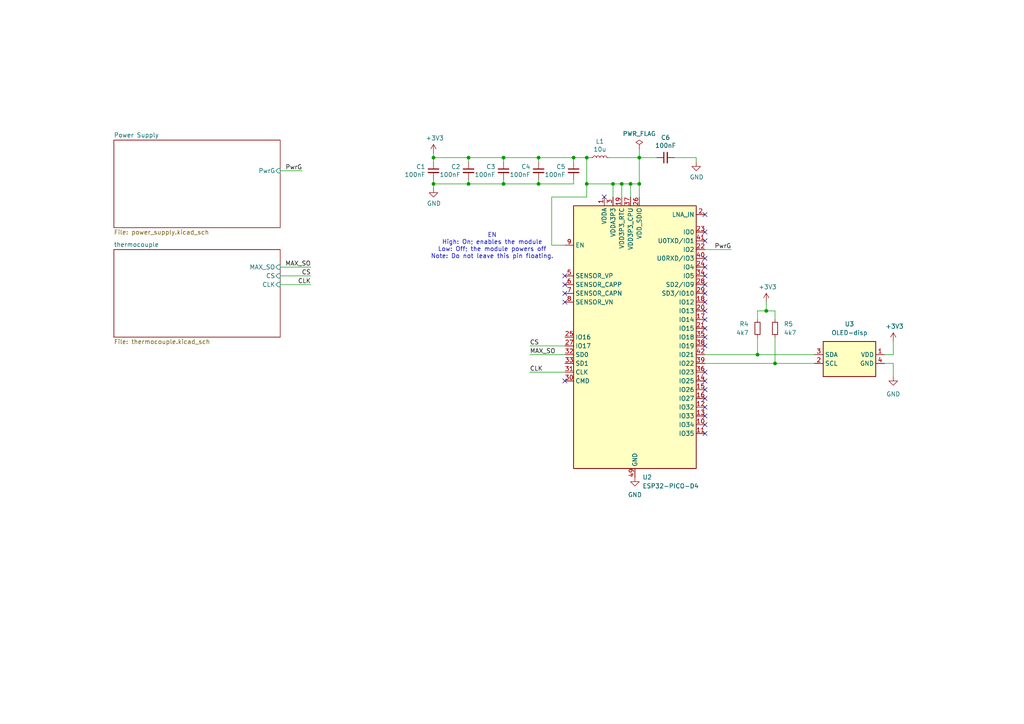
<source format=kicad_sch>
(kicad_sch
	(version 20231120)
	(generator "eeschema")
	(generator_version "8.0")
	(uuid "a65a7196-8a90-49cc-8818-2434ed6db328")
	(paper "A4")
	(lib_symbols
		(symbol "BMS_LV_2022-rescue:+3.3V-power"
			(power)
			(pin_names
				(offset 0)
			)
			(exclude_from_sim no)
			(in_bom yes)
			(on_board yes)
			(property "Reference" "#PWR"
				(at 0 -3.81 0)
				(effects
					(font
						(size 1.27 1.27)
					)
					(hide yes)
				)
			)
			(property "Value" "power_+3.3V"
				(at 0 3.556 0)
				(effects
					(font
						(size 1.27 1.27)
					)
				)
			)
			(property "Footprint" ""
				(at 0 0 0)
				(effects
					(font
						(size 1.27 1.27)
					)
					(hide yes)
				)
			)
			(property "Datasheet" ""
				(at 0 0 0)
				(effects
					(font
						(size 1.27 1.27)
					)
					(hide yes)
				)
			)
			(property "Description" ""
				(at 0 0 0)
				(effects
					(font
						(size 1.27 1.27)
					)
					(hide yes)
				)
			)
			(symbol "+3.3V-power_0_1"
				(polyline
					(pts
						(xy -0.762 1.27) (xy 0 2.54)
					)
					(stroke
						(width 0)
						(type solid)
					)
					(fill
						(type none)
					)
				)
				(polyline
					(pts
						(xy 0 0) (xy 0 2.54)
					)
					(stroke
						(width 0)
						(type solid)
					)
					(fill
						(type none)
					)
				)
				(polyline
					(pts
						(xy 0 2.54) (xy 0.762 1.27)
					)
					(stroke
						(width 0)
						(type solid)
					)
					(fill
						(type none)
					)
				)
			)
			(symbol "+3.3V-power_1_1"
				(pin power_in line
					(at 0 0 90)
					(length 0) hide
					(name "+3V3"
						(effects
							(font
								(size 1.27 1.27)
							)
						)
					)
					(number "1"
						(effects
							(font
								(size 1.27 1.27)
							)
						)
					)
				)
			)
		)
		(symbol "BMS_LV_2022-rescue:GND-power"
			(power)
			(pin_names
				(offset 0)
			)
			(exclude_from_sim no)
			(in_bom yes)
			(on_board yes)
			(property "Reference" "#PWR"
				(at 0 -6.35 0)
				(effects
					(font
						(size 1.27 1.27)
					)
					(hide yes)
				)
			)
			(property "Value" "power_GND"
				(at 0 -3.81 0)
				(effects
					(font
						(size 1.27 1.27)
					)
				)
			)
			(property "Footprint" ""
				(at 0 0 0)
				(effects
					(font
						(size 1.27 1.27)
					)
					(hide yes)
				)
			)
			(property "Datasheet" ""
				(at 0 0 0)
				(effects
					(font
						(size 1.27 1.27)
					)
					(hide yes)
				)
			)
			(property "Description" ""
				(at 0 0 0)
				(effects
					(font
						(size 1.27 1.27)
					)
					(hide yes)
				)
			)
			(symbol "GND-power_0_1"
				(polyline
					(pts
						(xy 0 0) (xy 0 -1.27) (xy 1.27 -1.27) (xy 0 -2.54) (xy -1.27 -1.27) (xy 0 -1.27)
					)
					(stroke
						(width 0)
						(type solid)
					)
					(fill
						(type none)
					)
				)
			)
			(symbol "GND-power_1_1"
				(pin power_in line
					(at 0 0 270)
					(length 0) hide
					(name "GND"
						(effects
							(font
								(size 1.27 1.27)
							)
						)
					)
					(number "1"
						(effects
							(font
								(size 1.27 1.27)
							)
						)
					)
				)
			)
		)
		(symbol "BMS_LV_2022-rescue:PWR_FLAG-power"
			(power)
			(pin_numbers hide)
			(pin_names
				(offset 0) hide)
			(exclude_from_sim no)
			(in_bom yes)
			(on_board yes)
			(property "Reference" "#FLG"
				(at 0 1.905 0)
				(effects
					(font
						(size 1.27 1.27)
					)
					(hide yes)
				)
			)
			(property "Value" "power_PWR_FLAG"
				(at 0 3.81 0)
				(effects
					(font
						(size 1.27 1.27)
					)
				)
			)
			(property "Footprint" ""
				(at 0 0 0)
				(effects
					(font
						(size 1.27 1.27)
					)
					(hide yes)
				)
			)
			(property "Datasheet" ""
				(at 0 0 0)
				(effects
					(font
						(size 1.27 1.27)
					)
					(hide yes)
				)
			)
			(property "Description" ""
				(at 0 0 0)
				(effects
					(font
						(size 1.27 1.27)
					)
					(hide yes)
				)
			)
			(symbol "PWR_FLAG-power_0_0"
				(pin power_out line
					(at 0 0 90)
					(length 0)
					(name "pwr"
						(effects
							(font
								(size 1.27 1.27)
							)
						)
					)
					(number "1"
						(effects
							(font
								(size 1.27 1.27)
							)
						)
					)
				)
			)
			(symbol "PWR_FLAG-power_0_1"
				(polyline
					(pts
						(xy 0 0) (xy 0 1.27) (xy -1.016 1.905) (xy 0 2.54) (xy 1.016 1.905) (xy 0 1.27)
					)
					(stroke
						(width 0)
						(type solid)
					)
					(fill
						(type none)
					)
				)
			)
		)
		(symbol "Device:C_Small"
			(pin_numbers hide)
			(pin_names
				(offset 0.254) hide)
			(exclude_from_sim no)
			(in_bom yes)
			(on_board yes)
			(property "Reference" "C"
				(at 0.254 1.778 0)
				(effects
					(font
						(size 1.27 1.27)
					)
					(justify left)
				)
			)
			(property "Value" "C_Small"
				(at 0.254 -2.032 0)
				(effects
					(font
						(size 1.27 1.27)
					)
					(justify left)
				)
			)
			(property "Footprint" ""
				(at 0 0 0)
				(effects
					(font
						(size 1.27 1.27)
					)
					(hide yes)
				)
			)
			(property "Datasheet" "~"
				(at 0 0 0)
				(effects
					(font
						(size 1.27 1.27)
					)
					(hide yes)
				)
			)
			(property "Description" "Unpolarized capacitor, small symbol"
				(at 0 0 0)
				(effects
					(font
						(size 1.27 1.27)
					)
					(hide yes)
				)
			)
			(property "ki_keywords" "capacitor cap"
				(at 0 0 0)
				(effects
					(font
						(size 1.27 1.27)
					)
					(hide yes)
				)
			)
			(property "ki_fp_filters" "C_*"
				(at 0 0 0)
				(effects
					(font
						(size 1.27 1.27)
					)
					(hide yes)
				)
			)
			(symbol "C_Small_0_1"
				(polyline
					(pts
						(xy -1.524 -0.508) (xy 1.524 -0.508)
					)
					(stroke
						(width 0.3302)
						(type default)
					)
					(fill
						(type none)
					)
				)
				(polyline
					(pts
						(xy -1.524 0.508) (xy 1.524 0.508)
					)
					(stroke
						(width 0.3048)
						(type default)
					)
					(fill
						(type none)
					)
				)
			)
			(symbol "C_Small_1_1"
				(pin passive line
					(at 0 2.54 270)
					(length 2.032)
					(name "~"
						(effects
							(font
								(size 1.27 1.27)
							)
						)
					)
					(number "1"
						(effects
							(font
								(size 1.27 1.27)
							)
						)
					)
				)
				(pin passive line
					(at 0 -2.54 90)
					(length 2.032)
					(name "~"
						(effects
							(font
								(size 1.27 1.27)
							)
						)
					)
					(number "2"
						(effects
							(font
								(size 1.27 1.27)
							)
						)
					)
				)
			)
		)
		(symbol "Device:L_Small"
			(pin_numbers hide)
			(pin_names
				(offset 0.254) hide)
			(exclude_from_sim no)
			(in_bom yes)
			(on_board yes)
			(property "Reference" "L"
				(at 0.762 1.016 0)
				(effects
					(font
						(size 1.27 1.27)
					)
					(justify left)
				)
			)
			(property "Value" "L_Small"
				(at 0.762 -1.016 0)
				(effects
					(font
						(size 1.27 1.27)
					)
					(justify left)
				)
			)
			(property "Footprint" ""
				(at 0 0 0)
				(effects
					(font
						(size 1.27 1.27)
					)
					(hide yes)
				)
			)
			(property "Datasheet" "~"
				(at 0 0 0)
				(effects
					(font
						(size 1.27 1.27)
					)
					(hide yes)
				)
			)
			(property "Description" "Inductor, small symbol"
				(at 0 0 0)
				(effects
					(font
						(size 1.27 1.27)
					)
					(hide yes)
				)
			)
			(property "ki_keywords" "inductor choke coil reactor magnetic"
				(at 0 0 0)
				(effects
					(font
						(size 1.27 1.27)
					)
					(hide yes)
				)
			)
			(property "ki_fp_filters" "Choke_* *Coil* Inductor_* L_*"
				(at 0 0 0)
				(effects
					(font
						(size 1.27 1.27)
					)
					(hide yes)
				)
			)
			(symbol "L_Small_0_1"
				(arc
					(start 0 -2.032)
					(mid 0.5058 -1.524)
					(end 0 -1.016)
					(stroke
						(width 0)
						(type default)
					)
					(fill
						(type none)
					)
				)
				(arc
					(start 0 -1.016)
					(mid 0.5058 -0.508)
					(end 0 0)
					(stroke
						(width 0)
						(type default)
					)
					(fill
						(type none)
					)
				)
				(arc
					(start 0 0)
					(mid 0.5058 0.508)
					(end 0 1.016)
					(stroke
						(width 0)
						(type default)
					)
					(fill
						(type none)
					)
				)
				(arc
					(start 0 1.016)
					(mid 0.5058 1.524)
					(end 0 2.032)
					(stroke
						(width 0)
						(type default)
					)
					(fill
						(type none)
					)
				)
			)
			(symbol "L_Small_1_1"
				(pin passive line
					(at 0 2.54 270)
					(length 0.508)
					(name "~"
						(effects
							(font
								(size 1.27 1.27)
							)
						)
					)
					(number "1"
						(effects
							(font
								(size 1.27 1.27)
							)
						)
					)
				)
				(pin passive line
					(at 0 -2.54 90)
					(length 0.508)
					(name "~"
						(effects
							(font
								(size 1.27 1.27)
							)
						)
					)
					(number "2"
						(effects
							(font
								(size 1.27 1.27)
							)
						)
					)
				)
			)
		)
		(symbol "Device:R_Small"
			(pin_numbers hide)
			(pin_names
				(offset 0.254) hide)
			(exclude_from_sim no)
			(in_bom yes)
			(on_board yes)
			(property "Reference" "R"
				(at 0.762 0.508 0)
				(effects
					(font
						(size 1.27 1.27)
					)
					(justify left)
				)
			)
			(property "Value" "R_Small"
				(at 0.762 -1.016 0)
				(effects
					(font
						(size 1.27 1.27)
					)
					(justify left)
				)
			)
			(property "Footprint" ""
				(at 0 0 0)
				(effects
					(font
						(size 1.27 1.27)
					)
					(hide yes)
				)
			)
			(property "Datasheet" "~"
				(at 0 0 0)
				(effects
					(font
						(size 1.27 1.27)
					)
					(hide yes)
				)
			)
			(property "Description" "Resistor, small symbol"
				(at 0 0 0)
				(effects
					(font
						(size 1.27 1.27)
					)
					(hide yes)
				)
			)
			(property "ki_keywords" "R resistor"
				(at 0 0 0)
				(effects
					(font
						(size 1.27 1.27)
					)
					(hide yes)
				)
			)
			(property "ki_fp_filters" "R_*"
				(at 0 0 0)
				(effects
					(font
						(size 1.27 1.27)
					)
					(hide yes)
				)
			)
			(symbol "R_Small_0_1"
				(rectangle
					(start -0.762 1.778)
					(end 0.762 -1.778)
					(stroke
						(width 0.2032)
						(type default)
					)
					(fill
						(type none)
					)
				)
			)
			(symbol "R_Small_1_1"
				(pin passive line
					(at 0 2.54 270)
					(length 0.762)
					(name "~"
						(effects
							(font
								(size 1.27 1.27)
							)
						)
					)
					(number "1"
						(effects
							(font
								(size 1.27 1.27)
							)
						)
					)
				)
				(pin passive line
					(at 0 -2.54 90)
					(length 0.762)
					(name "~"
						(effects
							(font
								(size 1.27 1.27)
							)
						)
					)
					(number "2"
						(effects
							(font
								(size 1.27 1.27)
							)
						)
					)
				)
			)
		)
		(symbol "Display_Character:NHD-C0220BIZ"
			(exclude_from_sim no)
			(in_bom yes)
			(on_board yes)
			(property "Reference" "U3"
				(at 0 11.43 0)
				(effects
					(font
						(size 1.27 1.27)
					)
				)
			)
			(property "Value" "OLED-disp"
				(at 0 8.89 0)
				(effects
					(font
						(size 1.27 1.27)
					)
				)
			)
			(property "Footprint" "Display:NHD-C0220BiZ"
				(at 0 -15.24 0)
				(effects
					(font
						(size 1.27 1.27)
					)
					(hide yes)
				)
			)
			(property "Datasheet" "http://www.newhavendisplay.com/specs/NHD-C0220BiZ-FSW-FBW-3V3M.pdf"
				(at -7.62 15.24 0)
				(effects
					(font
						(size 1.27 1.27)
					)
					(hide yes)
				)
			)
			(property "Description" "LCD 20x2 Alphanumeric 10pin Blue/White/Green Backlight, i2c, 3.3V VDD"
				(at -0.762 -20.066 0)
				(effects
					(font
						(size 1.27 1.27)
					)
					(hide yes)
				)
			)
			(property "ki_keywords" "display LCD 20x2"
				(at 0 0 0)
				(effects
					(font
						(size 1.27 1.27)
					)
					(hide yes)
				)
			)
			(property "ki_fp_filters" "NHD*C0220BiZ*"
				(at 0 0 0)
				(effects
					(font
						(size 1.27 1.27)
					)
					(hide yes)
				)
			)
			(symbol "NHD-C0220BIZ_0_1"
				(rectangle
					(start -7.62 6.35)
					(end 7.62 -3.81)
					(stroke
						(width 0.254)
						(type default)
					)
					(fill
						(type background)
					)
				)
			)
			(symbol "NHD-C0220BIZ_1_1"
				(pin power_in line
					(at 10.16 2.54 180)
					(length 2.54)
					(name "VDD"
						(effects
							(font
								(size 1.27 1.27)
							)
						)
					)
					(number "1"
						(effects
							(font
								(size 1.27 1.27)
							)
						)
					)
				)
				(pin input line
					(at -10.16 0 0)
					(length 2.54)
					(name "SCL"
						(effects
							(font
								(size 1.27 1.27)
							)
						)
					)
					(number "2"
						(effects
							(font
								(size 1.27 1.27)
							)
						)
					)
				)
				(pin bidirectional line
					(at -10.16 2.54 0)
					(length 2.54)
					(name "SDA"
						(effects
							(font
								(size 1.27 1.27)
							)
						)
					)
					(number "3"
						(effects
							(font
								(size 1.27 1.27)
							)
						)
					)
				)
				(pin power_in line
					(at 10.16 0 180)
					(length 2.54)
					(name "GND"
						(effects
							(font
								(size 1.27 1.27)
							)
						)
					)
					(number "4"
						(effects
							(font
								(size 1.27 1.27)
							)
						)
					)
				)
			)
		)
		(symbol "MCU_Espressif:ESP32-PICO-D4"
			(exclude_from_sim no)
			(in_bom yes)
			(on_board yes)
			(property "Reference" "U2"
				(at 2.1941 -40.64 0)
				(effects
					(font
						(size 1.27 1.27)
					)
					(justify left)
				)
			)
			(property "Value" "ESP32-PICO-D4"
				(at 2.1941 -43.18 0)
				(effects
					(font
						(size 1.27 1.27)
					)
					(justify left)
				)
			)
			(property "Footprint" "Package_DFN_QFN:QFN-48-1EP_7x7mm_P0.5mm_EP5.3x5.3mm"
				(at 31.75 -39.37 0)
				(effects
					(font
						(size 1.27 1.27)
					)
					(hide yes)
				)
			)
			(property "Datasheet" "https://www.espressif.com/sites/default/files/documentation/esp32-pico-d4_datasheet_en.pdf"
				(at 0 0 0)
				(effects
					(font
						(size 1.27 1.27)
					)
					(hide yes)
				)
			)
			(property "Description" "RF Module, ESP32 SoC, Wi-Fi 802.11b/g/n, Bluetooth, BLE, 32-bit, 2.7-3.6V, external antenna, QFN-48"
				(at 0 0 0)
				(effects
					(font
						(size 1.27 1.27)
					)
					(hide yes)
				)
			)
			(property "ki_keywords" "RF Radio BT ESP ESP32 Espressif external antenna"
				(at 0 0 0)
				(effects
					(font
						(size 1.27 1.27)
					)
					(hide yes)
				)
			)
			(property "ki_fp_filters" "QFN*1EP*7x7mm*P0.5mm*"
				(at 0 0 0)
				(effects
					(font
						(size 1.27 1.27)
					)
					(hide yes)
				)
			)
			(symbol "ESP32-PICO-D4_0_0"
				(pin power_in line
					(at -8.89 40.64 270)
					(length 2.54)
					(name "VDDA"
						(effects
							(font
								(size 1.27 1.27)
							)
						)
					)
					(number "1"
						(effects
							(font
								(size 1.27 1.27)
							)
						)
					)
				)
				(pin input line
					(at 20.32 -25.4 180)
					(length 2.54)
					(name "IO34"
						(effects
							(font
								(size 1.27 1.27)
							)
						)
					)
					(number "10"
						(effects
							(font
								(size 1.27 1.27)
							)
						)
					)
				)
				(pin input line
					(at 20.32 -27.94 180)
					(length 2.54)
					(name "IO35"
						(effects
							(font
								(size 1.27 1.27)
							)
						)
					)
					(number "11"
						(effects
							(font
								(size 1.27 1.27)
							)
						)
					)
				)
				(pin bidirectional line
					(at 20.32 -20.32 180)
					(length 2.54)
					(name "IO32"
						(effects
							(font
								(size 1.27 1.27)
							)
						)
					)
					(number "12"
						(effects
							(font
								(size 1.27 1.27)
							)
						)
					)
				)
				(pin bidirectional line
					(at 20.32 -22.86 180)
					(length 2.54)
					(name "IO33"
						(effects
							(font
								(size 1.27 1.27)
							)
						)
					)
					(number "13"
						(effects
							(font
								(size 1.27 1.27)
							)
						)
					)
				)
				(pin bidirectional line
					(at 20.32 -12.7 180)
					(length 2.54)
					(name "IO25"
						(effects
							(font
								(size 1.27 1.27)
							)
						)
					)
					(number "14"
						(effects
							(font
								(size 1.27 1.27)
							)
						)
					)
				)
				(pin bidirectional line
					(at 20.32 -15.24 180)
					(length 2.54)
					(name "IO26"
						(effects
							(font
								(size 1.27 1.27)
							)
						)
					)
					(number "15"
						(effects
							(font
								(size 1.27 1.27)
							)
						)
					)
				)
				(pin bidirectional line
					(at 20.32 -17.78 180)
					(length 2.54)
					(name "IO27"
						(effects
							(font
								(size 1.27 1.27)
							)
						)
					)
					(number "16"
						(effects
							(font
								(size 1.27 1.27)
							)
						)
					)
				)
				(pin bidirectional line
					(at 20.32 5.08 180)
					(length 2.54)
					(name "IO14"
						(effects
							(font
								(size 1.27 1.27)
							)
						)
					)
					(number "17"
						(effects
							(font
								(size 1.27 1.27)
							)
						)
					)
				)
				(pin bidirectional line
					(at 20.32 10.16 180)
					(length 2.54)
					(name "IO12"
						(effects
							(font
								(size 1.27 1.27)
							)
						)
					)
					(number "18"
						(effects
							(font
								(size 1.27 1.27)
							)
						)
					)
				)
				(pin power_in line
					(at -3.81 40.64 270)
					(length 2.54)
					(name "VDD3P3_RTC"
						(effects
							(font
								(size 1.27 1.27)
							)
						)
					)
					(number "19"
						(effects
							(font
								(size 1.27 1.27)
							)
						)
					)
				)
				(pin bidirectional line
					(at 20.32 35.56 180)
					(length 2.54)
					(name "LNA_IN"
						(effects
							(font
								(size 1.27 1.27)
							)
						)
					)
					(number "2"
						(effects
							(font
								(size 1.27 1.27)
							)
						)
					)
				)
				(pin bidirectional line
					(at 20.32 7.62 180)
					(length 2.54)
					(name "IO13"
						(effects
							(font
								(size 1.27 1.27)
							)
						)
					)
					(number "20"
						(effects
							(font
								(size 1.27 1.27)
							)
						)
					)
				)
				(pin bidirectional line
					(at 20.32 2.54 180)
					(length 2.54)
					(name "IO15"
						(effects
							(font
								(size 1.27 1.27)
							)
						)
					)
					(number "21"
						(effects
							(font
								(size 1.27 1.27)
							)
						)
					)
				)
				(pin bidirectional line
					(at 20.32 25.4 180)
					(length 2.54)
					(name "IO2"
						(effects
							(font
								(size 1.27 1.27)
							)
						)
					)
					(number "22"
						(effects
							(font
								(size 1.27 1.27)
							)
						)
					)
				)
				(pin bidirectional line
					(at 20.32 30.48 180)
					(length 2.54)
					(name "IO0"
						(effects
							(font
								(size 1.27 1.27)
							)
						)
					)
					(number "23"
						(effects
							(font
								(size 1.27 1.27)
							)
						)
					)
				)
				(pin bidirectional line
					(at 20.32 20.32 180)
					(length 2.54)
					(name "IO4"
						(effects
							(font
								(size 1.27 1.27)
							)
						)
					)
					(number "24"
						(effects
							(font
								(size 1.27 1.27)
							)
						)
					)
				)
				(pin bidirectional line
					(at -20.32 0 0)
					(length 2.54)
					(name "IO16"
						(effects
							(font
								(size 1.27 1.27)
							)
						)
					)
					(number "25"
						(effects
							(font
								(size 1.27 1.27)
							)
						)
					)
				)
				(pin power_out line
					(at 1.27 40.64 270)
					(length 2.54)
					(name "VDD_SDIO"
						(effects
							(font
								(size 1.27 1.27)
							)
						)
					)
					(number "26"
						(effects
							(font
								(size 1.27 1.27)
							)
						)
					)
				)
				(pin bidirectional line
					(at -20.32 -2.54 0)
					(length 2.54)
					(name "IO17"
						(effects
							(font
								(size 1.27 1.27)
							)
						)
					)
					(number "27"
						(effects
							(font
								(size 1.27 1.27)
							)
						)
					)
				)
				(pin bidirectional line
					(at 20.32 15.24 180)
					(length 2.54)
					(name "SD2/IO9"
						(effects
							(font
								(size 1.27 1.27)
							)
						)
					)
					(number "28"
						(effects
							(font
								(size 1.27 1.27)
							)
						)
					)
				)
				(pin bidirectional line
					(at 20.32 12.7 180)
					(length 2.54)
					(name "SD3/IO10"
						(effects
							(font
								(size 1.27 1.27)
							)
						)
					)
					(number "29"
						(effects
							(font
								(size 1.27 1.27)
							)
						)
					)
				)
				(pin power_in line
					(at -6.35 40.64 270)
					(length 2.54)
					(name "VDDA3P3"
						(effects
							(font
								(size 1.27 1.27)
							)
						)
					)
					(number "3"
						(effects
							(font
								(size 1.27 1.27)
							)
						)
					)
				)
				(pin bidirectional line
					(at -20.32 -12.7 0)
					(length 2.54)
					(name "CMD"
						(effects
							(font
								(size 1.27 1.27)
							)
						)
					)
					(number "30"
						(effects
							(font
								(size 1.27 1.27)
							)
						)
					)
				)
				(pin bidirectional line
					(at -20.32 -10.16 0)
					(length 2.54)
					(name "CLK"
						(effects
							(font
								(size 1.27 1.27)
							)
						)
					)
					(number "31"
						(effects
							(font
								(size 1.27 1.27)
							)
						)
					)
				)
				(pin bidirectional line
					(at -20.32 -5.08 0)
					(length 2.54)
					(name "SD0"
						(effects
							(font
								(size 1.27 1.27)
							)
						)
					)
					(number "32"
						(effects
							(font
								(size 1.27 1.27)
							)
						)
					)
				)
				(pin bidirectional line
					(at -20.32 -7.62 0)
					(length 2.54)
					(name "SD1"
						(effects
							(font
								(size 1.27 1.27)
							)
						)
					)
					(number "33"
						(effects
							(font
								(size 1.27 1.27)
							)
						)
					)
				)
				(pin bidirectional line
					(at 20.32 17.78 180)
					(length 2.54)
					(name "IO5"
						(effects
							(font
								(size 1.27 1.27)
							)
						)
					)
					(number "34"
						(effects
							(font
								(size 1.27 1.27)
							)
						)
					)
				)
				(pin bidirectional line
					(at 20.32 0 180)
					(length 2.54)
					(name "IO18"
						(effects
							(font
								(size 1.27 1.27)
							)
						)
					)
					(number "35"
						(effects
							(font
								(size 1.27 1.27)
							)
						)
					)
				)
				(pin bidirectional line
					(at 20.32 -10.16 180)
					(length 2.54)
					(name "IO23"
						(effects
							(font
								(size 1.27 1.27)
							)
						)
					)
					(number "36"
						(effects
							(font
								(size 1.27 1.27)
							)
						)
					)
				)
				(pin power_in line
					(at -1.27 40.64 270)
					(length 2.54)
					(name "VDD3P3_CPU"
						(effects
							(font
								(size 1.27 1.27)
							)
						)
					)
					(number "37"
						(effects
							(font
								(size 1.27 1.27)
							)
						)
					)
				)
				(pin bidirectional line
					(at 20.32 -2.54 180)
					(length 2.54)
					(name "IO19"
						(effects
							(font
								(size 1.27 1.27)
							)
						)
					)
					(number "38"
						(effects
							(font
								(size 1.27 1.27)
							)
						)
					)
				)
				(pin bidirectional line
					(at 20.32 -7.62 180)
					(length 2.54)
					(name "IO22"
						(effects
							(font
								(size 1.27 1.27)
							)
						)
					)
					(number "39"
						(effects
							(font
								(size 1.27 1.27)
							)
						)
					)
				)
				(pin passive line
					(at -6.35 40.64 270)
					(length 2.54) hide
					(name "VDDA3P3"
						(effects
							(font
								(size 1.27 1.27)
							)
						)
					)
					(number "4"
						(effects
							(font
								(size 1.27 1.27)
							)
						)
					)
				)
				(pin bidirectional line
					(at 20.32 22.86 180)
					(length 2.54)
					(name "U0RXD/IO3"
						(effects
							(font
								(size 1.27 1.27)
							)
						)
					)
					(number "40"
						(effects
							(font
								(size 1.27 1.27)
							)
						)
					)
				)
				(pin bidirectional line
					(at 20.32 27.94 180)
					(length 2.54)
					(name "U0TXD/IO1"
						(effects
							(font
								(size 1.27 1.27)
							)
						)
					)
					(number "41"
						(effects
							(font
								(size 1.27 1.27)
							)
						)
					)
				)
				(pin bidirectional line
					(at 20.32 -5.08 180)
					(length 2.54)
					(name "IO21"
						(effects
							(font
								(size 1.27 1.27)
							)
						)
					)
					(number "42"
						(effects
							(font
								(size 1.27 1.27)
							)
						)
					)
				)
				(pin passive line
					(at -8.89 40.64 270)
					(length 2.54) hide
					(name "VDDA"
						(effects
							(font
								(size 1.27 1.27)
							)
						)
					)
					(number "43"
						(effects
							(font
								(size 1.27 1.27)
							)
						)
					)
				)
				(pin no_connect line
					(at -17.78 -25.4 0)
					(length 2.54) hide
					(name "XTAL_N_NC"
						(effects
							(font
								(size 1.27 1.27)
							)
						)
					)
					(number "44"
						(effects
							(font
								(size 1.27 1.27)
							)
						)
					)
				)
				(pin no_connect line
					(at -17.78 -27.94 0)
					(length 2.54) hide
					(name "XTAL_P_NC"
						(effects
							(font
								(size 1.27 1.27)
							)
						)
					)
					(number "45"
						(effects
							(font
								(size 1.27 1.27)
							)
						)
					)
				)
				(pin passive line
					(at -8.89 40.64 270)
					(length 2.54) hide
					(name "VDDA"
						(effects
							(font
								(size 1.27 1.27)
							)
						)
					)
					(number "46"
						(effects
							(font
								(size 1.27 1.27)
							)
						)
					)
				)
				(pin no_connect line
					(at -17.78 -30.48 0)
					(length 2.54) hide
					(name "CAP2_NC"
						(effects
							(font
								(size 1.27 1.27)
							)
						)
					)
					(number "47"
						(effects
							(font
								(size 1.27 1.27)
							)
						)
					)
				)
				(pin no_connect line
					(at -17.78 -33.02 0)
					(length 2.54) hide
					(name "CAP1_NC"
						(effects
							(font
								(size 1.27 1.27)
							)
						)
					)
					(number "48"
						(effects
							(font
								(size 1.27 1.27)
							)
						)
					)
				)
				(pin power_in line
					(at 0 -40.64 90)
					(length 2.54)
					(name "GND"
						(effects
							(font
								(size 1.27 1.27)
							)
						)
					)
					(number "49"
						(effects
							(font
								(size 1.27 1.27)
							)
						)
					)
				)
				(pin input line
					(at -20.32 17.78 0)
					(length 2.54)
					(name "SENSOR_VP"
						(effects
							(font
								(size 1.27 1.27)
							)
						)
					)
					(number "5"
						(effects
							(font
								(size 1.27 1.27)
							)
						)
					)
				)
				(pin input line
					(at -20.32 15.24 0)
					(length 2.54)
					(name "SENSOR_CAPP"
						(effects
							(font
								(size 1.27 1.27)
							)
						)
					)
					(number "6"
						(effects
							(font
								(size 1.27 1.27)
							)
						)
					)
				)
				(pin input line
					(at -20.32 12.7 0)
					(length 2.54)
					(name "SENSOR_CAPN"
						(effects
							(font
								(size 1.27 1.27)
							)
						)
					)
					(number "7"
						(effects
							(font
								(size 1.27 1.27)
							)
						)
					)
				)
				(pin input line
					(at -20.32 10.16 0)
					(length 2.54)
					(name "SENSOR_VN"
						(effects
							(font
								(size 1.27 1.27)
							)
						)
					)
					(number "8"
						(effects
							(font
								(size 1.27 1.27)
							)
						)
					)
				)
				(pin input line
					(at -20.32 26.67 0)
					(length 2.54)
					(name "EN"
						(effects
							(font
								(size 1.27 1.27)
							)
						)
					)
					(number "9"
						(effects
							(font
								(size 1.27 1.27)
							)
						)
					)
				)
			)
			(symbol "ESP32-PICO-D4_0_1"
				(rectangle
					(start -17.78 38.1)
					(end 17.78 -38.1)
					(stroke
						(width 0.254)
						(type default)
					)
					(fill
						(type background)
					)
				)
			)
		)
		(symbol "power:GND"
			(power)
			(pin_numbers hide)
			(pin_names
				(offset 0) hide)
			(exclude_from_sim no)
			(in_bom yes)
			(on_board yes)
			(property "Reference" "#PWR"
				(at 0 -6.35 0)
				(effects
					(font
						(size 1.27 1.27)
					)
					(hide yes)
				)
			)
			(property "Value" "GND"
				(at 0 -3.81 0)
				(effects
					(font
						(size 1.27 1.27)
					)
				)
			)
			(property "Footprint" ""
				(at 0 0 0)
				(effects
					(font
						(size 1.27 1.27)
					)
					(hide yes)
				)
			)
			(property "Datasheet" ""
				(at 0 0 0)
				(effects
					(font
						(size 1.27 1.27)
					)
					(hide yes)
				)
			)
			(property "Description" "Power symbol creates a global label with name \"GND\" , ground"
				(at 0 0 0)
				(effects
					(font
						(size 1.27 1.27)
					)
					(hide yes)
				)
			)
			(property "ki_keywords" "global power"
				(at 0 0 0)
				(effects
					(font
						(size 1.27 1.27)
					)
					(hide yes)
				)
			)
			(symbol "GND_0_1"
				(polyline
					(pts
						(xy 0 0) (xy 0 -1.27) (xy 1.27 -1.27) (xy 0 -2.54) (xy -1.27 -1.27) (xy 0 -1.27)
					)
					(stroke
						(width 0)
						(type default)
					)
					(fill
						(type none)
					)
				)
			)
			(symbol "GND_1_1"
				(pin power_in line
					(at 0 0 270)
					(length 0)
					(name "~"
						(effects
							(font
								(size 1.27 1.27)
							)
						)
					)
					(number "1"
						(effects
							(font
								(size 1.27 1.27)
							)
						)
					)
				)
			)
		)
	)
	(junction
		(at 125.73 45.72)
		(diameter 0)
		(color 0 0 0 0)
		(uuid "15314df2-c59a-4901-abd2-a5bd620c32e3")
	)
	(junction
		(at 170.18 45.72)
		(diameter 0)
		(color 0 0 0 0)
		(uuid "396b7496-18fb-4d3f-8b80-17b2161dd4af")
	)
	(junction
		(at 185.42 53.34)
		(diameter 0)
		(color 0 0 0 0)
		(uuid "3b3dcdbb-0662-4633-a7f5-24e0f4b0ac9b")
	)
	(junction
		(at 224.79 105.41)
		(diameter 0)
		(color 0 0 0 0)
		(uuid "674855e4-3540-4a3d-b1d4-0c41c10d559f")
	)
	(junction
		(at 135.89 53.34)
		(diameter 0)
		(color 0 0 0 0)
		(uuid "6ce29241-371f-4b69-83a0-4d647440ba07")
	)
	(junction
		(at 180.34 53.34)
		(diameter 0)
		(color 0 0 0 0)
		(uuid "7193552d-3944-4b0f-812b-83a6373fbe35")
	)
	(junction
		(at 146.05 53.34)
		(diameter 0)
		(color 0 0 0 0)
		(uuid "7550c293-e0fe-41cd-b678-241a3d8cb8a7")
	)
	(junction
		(at 219.71 102.87)
		(diameter 0)
		(color 0 0 0 0)
		(uuid "791723ee-845c-426b-882f-80c314acfdb0")
	)
	(junction
		(at 182.88 53.34)
		(diameter 0)
		(color 0 0 0 0)
		(uuid "81e8161f-b426-4214-8dd6-7c5384c23647")
	)
	(junction
		(at 170.18 53.34)
		(diameter 0)
		(color 0 0 0 0)
		(uuid "8e8ad16c-811d-4769-aa7d-ce7260298fdd")
	)
	(junction
		(at 177.8 53.34)
		(diameter 0)
		(color 0 0 0 0)
		(uuid "94cb88c1-09aa-4dc0-a441-5cfb3e6c82e8")
	)
	(junction
		(at 125.73 53.34)
		(diameter 0)
		(color 0 0 0 0)
		(uuid "9f90bcff-e201-4e8d-a27d-913bb6e628e2")
	)
	(junction
		(at 185.42 45.72)
		(diameter 0)
		(color 0 0 0 0)
		(uuid "bc993dff-75e4-4602-8429-9207b1e5aa7b")
	)
	(junction
		(at 135.89 45.72)
		(diameter 0)
		(color 0 0 0 0)
		(uuid "c225a338-b4eb-48cb-b909-420f325822b6")
	)
	(junction
		(at 222.25 90.17)
		(diameter 0)
		(color 0 0 0 0)
		(uuid "c351ec1a-6db9-431b-a916-8f4b14b410df")
	)
	(junction
		(at 146.05 45.72)
		(diameter 0)
		(color 0 0 0 0)
		(uuid "cf89447e-c8ad-4914-9a3b-0d57323af6e6")
	)
	(junction
		(at 156.21 53.34)
		(diameter 0)
		(color 0 0 0 0)
		(uuid "eb12f4c2-b2b3-40b1-abcd-07d55473c130")
	)
	(junction
		(at 166.37 45.72)
		(diameter 0)
		(color 0 0 0 0)
		(uuid "f67b4f5b-f383-4288-90d8-cbbe6ec14560")
	)
	(junction
		(at 156.21 45.72)
		(diameter 0)
		(color 0 0 0 0)
		(uuid "fb72dc54-495c-4a52-90dd-c19184e5bd9f")
	)
	(no_connect
		(at 204.47 120.65)
		(uuid "0167a514-3e73-4d18-9802-2043e6e0a193")
	)
	(no_connect
		(at 204.47 113.03)
		(uuid "0456a947-6aae-4c18-bab9-3ef31aea3ade")
	)
	(no_connect
		(at 204.47 115.57)
		(uuid "12d6dd6f-7b27-4ea9-b433-95ad88b0af7a")
	)
	(no_connect
		(at 204.47 82.55)
		(uuid "1382b319-01aa-403e-abd7-ff962810b1c6")
	)
	(no_connect
		(at 204.47 123.19)
		(uuid "15d9e374-efd9-4f06-a563-f7197bace2cb")
	)
	(no_connect
		(at 204.47 100.33)
		(uuid "1dc75293-f6d1-4515-bd96-4613ccf1bb57")
	)
	(no_connect
		(at 204.47 62.23)
		(uuid "371498eb-ad5b-4018-924b-49029917705c")
	)
	(no_connect
		(at 204.47 125.73)
		(uuid "439b30cb-23ef-4bdb-b9ef-5da455cbaa74")
	)
	(no_connect
		(at 204.47 77.47)
		(uuid "4c62fe3a-0711-4748-8296-2da0078fb3e5")
	)
	(no_connect
		(at 204.47 80.01)
		(uuid "583aed03-d10b-47a1-ad78-1662727ed688")
	)
	(no_connect
		(at 204.47 69.85)
		(uuid "77914d2a-007b-4730-b1bb-f4d2207ac29c")
	)
	(no_connect
		(at 204.47 118.11)
		(uuid "88db2fc5-39bd-4526-a1ad-cb25a7772422")
	)
	(no_connect
		(at 204.47 95.25)
		(uuid "909a4cff-7bd6-473d-93b1-7e4fdbe56fd0")
	)
	(no_connect
		(at 204.47 67.31)
		(uuid "93f01dc1-dfab-4088-a23d-0dc8b7aaabfc")
	)
	(no_connect
		(at 204.47 92.71)
		(uuid "98cdbd2b-3ae8-46a7-b93a-0ffcc8df6ea3")
	)
	(no_connect
		(at 204.47 87.63)
		(uuid "9f4ff852-3358-4dfc-8790-94256c78bef1")
	)
	(no_connect
		(at 204.47 74.93)
		(uuid "9f596a28-2111-4bdd-95cb-d7788e1e7350")
	)
	(no_connect
		(at 163.83 85.09)
		(uuid "a1134f95-8062-481f-a732-561baa465de9")
	)
	(no_connect
		(at 204.47 97.79)
		(uuid "a74dcb5a-b79f-40cd-9202-45027c3609d5")
	)
	(no_connect
		(at 204.47 90.17)
		(uuid "ae38da45-da94-4a15-ad37-37b14d1f39e1")
	)
	(no_connect
		(at 163.83 82.55)
		(uuid "b1a99bc9-6f47-40ce-9635-79e1dcb4c669")
	)
	(no_connect
		(at 163.83 80.01)
		(uuid "b39bcca7-6a9f-4a69-8378-04f8cab3e559")
	)
	(no_connect
		(at 204.47 107.95)
		(uuid "c153ef3e-68e0-4e80-bf8e-cf730436a38a")
	)
	(no_connect
		(at 204.47 85.09)
		(uuid "c759d8c3-5182-4132-8c72-69ce7c7b9723")
	)
	(no_connect
		(at 204.47 110.49)
		(uuid "d00be226-68d8-4b8a-bb4f-fb7e5702eddd")
	)
	(no_connect
		(at 175.26 57.15)
		(uuid "dcc37a5f-643d-44b2-92a7-6467fbe790ff")
	)
	(no_connect
		(at 163.83 87.63)
		(uuid "edd818c9-38e1-4c43-80b6-2e1ae4ff4224")
	)
	(no_connect
		(at 163.83 110.49)
		(uuid "fdffc2cd-6555-407a-837a-b7c09ed76a23")
	)
	(wire
		(pts
			(xy 182.88 57.15) (xy 182.88 53.34)
		)
		(stroke
			(width 0)
			(type default)
		)
		(uuid "03ae8114-6caf-452f-8ae4-75141e9236b9")
	)
	(wire
		(pts
			(xy 195.58 45.72) (xy 201.93 45.72)
		)
		(stroke
			(width 0)
			(type default)
		)
		(uuid "05d0ef2f-a803-4584-8c3b-61a1e9a218ff")
	)
	(wire
		(pts
			(xy 146.05 52.07) (xy 146.05 53.34)
		)
		(stroke
			(width 0)
			(type default)
		)
		(uuid "05d0f1ab-6522-4db3-acd3-9d73c71ed739")
	)
	(wire
		(pts
			(xy 170.18 53.34) (xy 170.18 45.72)
		)
		(stroke
			(width 0)
			(type default)
		)
		(uuid "1613a7bb-3c4a-42d7-b666-5335314a7560")
	)
	(wire
		(pts
			(xy 156.21 45.72) (xy 156.21 46.99)
		)
		(stroke
			(width 0)
			(type default)
		)
		(uuid "1929ac88-40b6-4618-b67d-d9c66180e286")
	)
	(wire
		(pts
			(xy 224.79 105.41) (xy 204.47 105.41)
		)
		(stroke
			(width 0)
			(type default)
		)
		(uuid "207616c0-6e83-4dd3-a6e9-4da490b94a79")
	)
	(wire
		(pts
			(xy 135.89 53.34) (xy 135.89 52.07)
		)
		(stroke
			(width 0)
			(type default)
		)
		(uuid "21ac15fb-de83-4513-8a20-22b248f8784b")
	)
	(wire
		(pts
			(xy 160.02 57.15) (xy 170.18 57.15)
		)
		(stroke
			(width 0)
			(type default)
		)
		(uuid "261e292b-9d39-4377-9efc-1a7cdb9b6af4")
	)
	(wire
		(pts
			(xy 125.73 45.72) (xy 135.89 45.72)
		)
		(stroke
			(width 0)
			(type default)
		)
		(uuid "2fc46262-d4c5-49b4-9772-42a4072cc5d9")
	)
	(wire
		(pts
			(xy 259.08 105.41) (xy 259.08 109.22)
		)
		(stroke
			(width 0)
			(type default)
		)
		(uuid "3140f8d0-1119-4b1c-93d4-c5e1061f8ff8")
	)
	(wire
		(pts
			(xy 182.88 53.34) (xy 180.34 53.34)
		)
		(stroke
			(width 0)
			(type default)
		)
		(uuid "31e2cf3e-8f9a-4a51-bf5e-3db49b613fdc")
	)
	(wire
		(pts
			(xy 81.28 49.53) (xy 87.63 49.53)
		)
		(stroke
			(width 0)
			(type default)
		)
		(uuid "32fdb9bd-2d5e-4196-ad3e-374f9126ac52")
	)
	(wire
		(pts
			(xy 153.67 102.87) (xy 163.83 102.87)
		)
		(stroke
			(width 0)
			(type default)
		)
		(uuid "331677b6-37f9-46ee-ba06-491cd42d0ae3")
	)
	(wire
		(pts
			(xy 185.42 45.72) (xy 185.42 43.18)
		)
		(stroke
			(width 0)
			(type default)
		)
		(uuid "37ed92a2-0d22-48d5-a7b1-d21b41dd8a04")
	)
	(wire
		(pts
			(xy 166.37 52.07) (xy 166.37 53.34)
		)
		(stroke
			(width 0)
			(type default)
		)
		(uuid "3a9f4a9d-f9aa-4237-9e3b-16a30aa26638")
	)
	(wire
		(pts
			(xy 176.53 45.72) (xy 185.42 45.72)
		)
		(stroke
			(width 0)
			(type default)
		)
		(uuid "45174a86-e1e6-424a-b802-6346b390b5df")
	)
	(wire
		(pts
			(xy 185.42 45.72) (xy 185.42 53.34)
		)
		(stroke
			(width 0)
			(type default)
		)
		(uuid "47f4c5aa-3c09-42f9-918c-4e41e366b927")
	)
	(wire
		(pts
			(xy 153.67 107.95) (xy 163.83 107.95)
		)
		(stroke
			(width 0)
			(type default)
		)
		(uuid "49bc7334-0a73-4ab0-b97f-cd39bd645fab")
	)
	(wire
		(pts
			(xy 125.73 45.72) (xy 125.73 44.45)
		)
		(stroke
			(width 0)
			(type default)
		)
		(uuid "4b3a1fa5-8a84-4fa7-a51f-3422acca11fe")
	)
	(wire
		(pts
			(xy 146.05 53.34) (xy 156.21 53.34)
		)
		(stroke
			(width 0)
			(type default)
		)
		(uuid "4df142d9-7dbe-4f3b-8290-cb41b7a2f1cf")
	)
	(wire
		(pts
			(xy 204.47 102.87) (xy 219.71 102.87)
		)
		(stroke
			(width 0)
			(type default)
		)
		(uuid "540a398d-a982-401a-a70f-43272070dc8c")
	)
	(wire
		(pts
			(xy 224.79 90.17) (xy 224.79 92.71)
		)
		(stroke
			(width 0)
			(type default)
		)
		(uuid "55bff11f-9c92-41d0-b12d-eba53eb2db7e")
	)
	(wire
		(pts
			(xy 160.02 71.12) (xy 163.83 71.12)
		)
		(stroke
			(width 0)
			(type default)
		)
		(uuid "5799fed0-bbcb-4aab-aead-fdc9c0d42eee")
	)
	(wire
		(pts
			(xy 259.08 99.06) (xy 259.08 102.87)
		)
		(stroke
			(width 0)
			(type default)
		)
		(uuid "58c812ec-9c5c-4e60-adaa-a0f12dad8378")
	)
	(wire
		(pts
			(xy 135.89 45.72) (xy 146.05 45.72)
		)
		(stroke
			(width 0)
			(type default)
		)
		(uuid "5be42345-e5ba-4427-9561-ce868ca82003")
	)
	(wire
		(pts
			(xy 166.37 45.72) (xy 170.18 45.72)
		)
		(stroke
			(width 0)
			(type default)
		)
		(uuid "5d7c53b7-e7a4-4451-9cc6-7bbd81925ea8")
	)
	(wire
		(pts
			(xy 256.54 105.41) (xy 259.08 105.41)
		)
		(stroke
			(width 0)
			(type default)
		)
		(uuid "5f8f70e1-7868-4a4f-aa19-eeb5cbed0dcd")
	)
	(wire
		(pts
			(xy 185.42 45.72) (xy 190.5 45.72)
		)
		(stroke
			(width 0)
			(type default)
		)
		(uuid "60f2387d-8002-4c8b-871a-50a3ffc3e40e")
	)
	(wire
		(pts
			(xy 177.8 57.15) (xy 177.8 53.34)
		)
		(stroke
			(width 0)
			(type default)
		)
		(uuid "6387581f-bb13-434b-a922-b7d0cfef3d3a")
	)
	(wire
		(pts
			(xy 146.05 45.72) (xy 146.05 46.99)
		)
		(stroke
			(width 0)
			(type default)
		)
		(uuid "7649b2c5-0e4b-4b2c-8963-6fbaf0ea684b")
	)
	(wire
		(pts
			(xy 125.73 53.34) (xy 135.89 53.34)
		)
		(stroke
			(width 0)
			(type default)
		)
		(uuid "7d588614-c498-4a8c-a059-d5fbdcc15539")
	)
	(wire
		(pts
			(xy 236.22 102.87) (xy 219.71 102.87)
		)
		(stroke
			(width 0)
			(type default)
		)
		(uuid "8b21ea52-1168-4b21-9733-faa5d705e825")
	)
	(wire
		(pts
			(xy 125.73 54.61) (xy 125.73 53.34)
		)
		(stroke
			(width 0)
			(type default)
		)
		(uuid "9624ef0c-5799-49d9-a764-72db2ceda00e")
	)
	(wire
		(pts
			(xy 81.28 77.47) (xy 90.17 77.47)
		)
		(stroke
			(width 0)
			(type default)
		)
		(uuid "9863f679-14d4-4919-ab47-5da4da96efa7")
	)
	(wire
		(pts
			(xy 170.18 53.34) (xy 177.8 53.34)
		)
		(stroke
			(width 0)
			(type default)
		)
		(uuid "9dd83957-053d-4813-af67-ba5ea7d27a09")
	)
	(wire
		(pts
			(xy 236.22 105.41) (xy 224.79 105.41)
		)
		(stroke
			(width 0)
			(type default)
		)
		(uuid "9df17ef6-a990-4100-81b6-1bff72237960")
	)
	(wire
		(pts
			(xy 259.08 102.87) (xy 256.54 102.87)
		)
		(stroke
			(width 0)
			(type default)
		)
		(uuid "9faa7401-57da-4a8f-9292-b3d0d98c443a")
	)
	(wire
		(pts
			(xy 125.73 46.99) (xy 125.73 45.72)
		)
		(stroke
			(width 0)
			(type default)
		)
		(uuid "a20860a6-fc55-43bc-ad26-08645bd79198")
	)
	(wire
		(pts
			(xy 81.28 80.01) (xy 90.17 80.01)
		)
		(stroke
			(width 0)
			(type default)
		)
		(uuid "a2477f54-2089-45cb-a490-dd0c6d5c3595")
	)
	(wire
		(pts
			(xy 135.89 46.99) (xy 135.89 45.72)
		)
		(stroke
			(width 0)
			(type default)
		)
		(uuid "a3518b77-4d99-4124-9b78-eebb6b111b5c")
	)
	(wire
		(pts
			(xy 201.93 45.72) (xy 201.93 46.99)
		)
		(stroke
			(width 0)
			(type default)
		)
		(uuid "a435738f-ded6-4143-8cf5-44240bf8a48d")
	)
	(wire
		(pts
			(xy 81.28 82.55) (xy 90.17 82.55)
		)
		(stroke
			(width 0)
			(type default)
		)
		(uuid "a7e20b04-3683-43ce-9023-1c6c966dcd6e")
	)
	(wire
		(pts
			(xy 219.71 97.79) (xy 219.71 102.87)
		)
		(stroke
			(width 0)
			(type default)
		)
		(uuid "b47ea7fb-c854-4353-b88b-4d3333ff67cc")
	)
	(wire
		(pts
			(xy 146.05 45.72) (xy 156.21 45.72)
		)
		(stroke
			(width 0)
			(type default)
		)
		(uuid "c4916222-3bda-4614-9913-2ec6b8767527")
	)
	(wire
		(pts
			(xy 160.02 71.12) (xy 160.02 57.15)
		)
		(stroke
			(width 0)
			(type default)
		)
		(uuid "c83cf2ee-2f55-4555-8486-6a8489501e9a")
	)
	(wire
		(pts
			(xy 185.42 53.34) (xy 182.88 53.34)
		)
		(stroke
			(width 0)
			(type default)
		)
		(uuid "c8e5b6cd-cce7-42e3-8fcc-838e7caba34d")
	)
	(wire
		(pts
			(xy 204.47 72.39) (xy 212.09 72.39)
		)
		(stroke
			(width 0)
			(type default)
		)
		(uuid "ce206fd7-0977-43a0-917e-33966929c073")
	)
	(wire
		(pts
			(xy 222.25 90.17) (xy 224.79 90.17)
		)
		(stroke
			(width 0)
			(type default)
		)
		(uuid "d05173fd-7eae-46fd-a0f2-e92cb0316104")
	)
	(wire
		(pts
			(xy 180.34 57.15) (xy 180.34 53.34)
		)
		(stroke
			(width 0)
			(type default)
		)
		(uuid "d26ef7c7-2ff3-45eb-9bce-ee12f3461f0d")
	)
	(wire
		(pts
			(xy 135.89 53.34) (xy 146.05 53.34)
		)
		(stroke
			(width 0)
			(type default)
		)
		(uuid "d3ffbe85-d011-49ab-a275-3a12171ba0e3")
	)
	(wire
		(pts
			(xy 170.18 57.15) (xy 170.18 53.34)
		)
		(stroke
			(width 0)
			(type default)
		)
		(uuid "da7ab18a-a290-4999-ab10-518834059e68")
	)
	(wire
		(pts
			(xy 156.21 53.34) (xy 166.37 53.34)
		)
		(stroke
			(width 0)
			(type default)
		)
		(uuid "da94b17e-5915-4cc2-bf1b-e87161ba27c4")
	)
	(wire
		(pts
			(xy 185.42 57.15) (xy 185.42 53.34)
		)
		(stroke
			(width 0)
			(type default)
		)
		(uuid "db749d43-8f4f-44b7-85d9-4ac7106304e4")
	)
	(wire
		(pts
			(xy 156.21 45.72) (xy 166.37 45.72)
		)
		(stroke
			(width 0)
			(type default)
		)
		(uuid "dd86f098-d38a-44a8-af52-f2b294ba685e")
	)
	(wire
		(pts
			(xy 166.37 45.72) (xy 166.37 46.99)
		)
		(stroke
			(width 0)
			(type default)
		)
		(uuid "df20cdce-da9a-431e-9e91-e0771b720960")
	)
	(wire
		(pts
			(xy 219.71 92.71) (xy 219.71 90.17)
		)
		(stroke
			(width 0)
			(type default)
		)
		(uuid "e1e8fde8-bcd8-442a-96f6-f621edd586ae")
	)
	(wire
		(pts
			(xy 171.45 45.72) (xy 170.18 45.72)
		)
		(stroke
			(width 0)
			(type default)
		)
		(uuid "e46d8cae-1790-4eae-863a-8ced9637e7e0")
	)
	(wire
		(pts
			(xy 180.34 53.34) (xy 177.8 53.34)
		)
		(stroke
			(width 0)
			(type default)
		)
		(uuid "e8742501-ef5d-4585-83a5-1288cba1e02a")
	)
	(wire
		(pts
			(xy 125.73 53.34) (xy 125.73 52.07)
		)
		(stroke
			(width 0)
			(type default)
		)
		(uuid "eba78f6b-0b23-43f8-9e2e-ba6a37449a72")
	)
	(wire
		(pts
			(xy 156.21 52.07) (xy 156.21 53.34)
		)
		(stroke
			(width 0)
			(type default)
		)
		(uuid "f234ef62-47ef-448c-a5a1-5effe3c30f19")
	)
	(wire
		(pts
			(xy 219.71 90.17) (xy 222.25 90.17)
		)
		(stroke
			(width 0)
			(type default)
		)
		(uuid "f3331ff2-3128-4367-babc-e4eef8710434")
	)
	(wire
		(pts
			(xy 222.25 87.63) (xy 222.25 90.17)
		)
		(stroke
			(width 0)
			(type default)
		)
		(uuid "f75d52e6-7f8e-4dab-a29c-3462b17711fe")
	)
	(wire
		(pts
			(xy 224.79 97.79) (xy 224.79 105.41)
		)
		(stroke
			(width 0)
			(type default)
		)
		(uuid "fc617119-d88c-4a8e-bbae-cff9075157c7")
	)
	(wire
		(pts
			(xy 153.67 100.33) (xy 163.83 100.33)
		)
		(stroke
			(width 0)
			(type default)
		)
		(uuid "ff78ba32-5d83-4631-8101-79ca58c4cc1b")
	)
	(text "EN\nHigh: On; enables the module\nLow: Off; the module powers off\nNote: Do not leave this pin floating."
		(exclude_from_sim no)
		(at 142.748 71.374 0)
		(effects
			(font
				(size 1.27 1.27)
			)
		)
		(uuid "83076ef9-fd6e-4f90-844a-01cbe375599c")
	)
	(label "CLK"
		(at 90.17 82.55 180)
		(fields_autoplaced yes)
		(effects
			(font
				(size 1.27 1.27)
			)
			(justify right bottom)
		)
		(uuid "4a5be7c8-98ea-48da-9654-9ef0385d8aa5")
	)
	(label "MAX_SO"
		(at 90.17 77.47 180)
		(fields_autoplaced yes)
		(effects
			(font
				(size 1.27 1.27)
			)
			(justify right bottom)
		)
		(uuid "683ccda8-d5c5-4959-b9eb-7345d49e7092")
	)
	(label "PwrG"
		(at 212.09 72.39 180)
		(fields_autoplaced yes)
		(effects
			(font
				(size 1.27 1.27)
			)
			(justify right bottom)
		)
		(uuid "8982c859-c42b-48f5-ba96-b70c57aa9ba3")
	)
	(label "MAX_SO"
		(at 153.67 102.87 0)
		(fields_autoplaced yes)
		(effects
			(font
				(size 1.27 1.27)
			)
			(justify left bottom)
		)
		(uuid "8be3435a-8c17-4120-86e4-65d301021ae3")
	)
	(label "PwrG"
		(at 87.63 49.53 180)
		(fields_autoplaced yes)
		(effects
			(font
				(size 1.27 1.27)
			)
			(justify right bottom)
		)
		(uuid "8c63f589-35e7-42d4-970e-c4e8e4cecbab")
	)
	(label "CS"
		(at 153.67 100.33 0)
		(fields_autoplaced yes)
		(effects
			(font
				(size 1.27 1.27)
			)
			(justify left bottom)
		)
		(uuid "954a52e3-5983-4b85-ac68-9be0846c64fe")
	)
	(label "CLK"
		(at 153.67 107.95 0)
		(fields_autoplaced yes)
		(effects
			(font
				(size 1.27 1.27)
			)
			(justify left bottom)
		)
		(uuid "ceddc2e0-0b37-46d9-8ce9-2b701a303984")
	)
	(label "CS"
		(at 90.17 80.01 180)
		(fields_autoplaced yes)
		(effects
			(font
				(size 1.27 1.27)
			)
			(justify right bottom)
		)
		(uuid "edf870b1-88b0-4f67-9ad0-72677a366874")
	)
	(symbol
		(lib_id "Device:C_Small")
		(at 125.73 49.53 0)
		(mirror y)
		(unit 1)
		(exclude_from_sim no)
		(in_bom yes)
		(on_board yes)
		(dnp no)
		(uuid "0034a899-89a6-4754-bf17-7a0c3c515738")
		(property "Reference" "C1"
			(at 123.3932 48.3616 0)
			(effects
				(font
					(size 1.27 1.27)
				)
				(justify left)
			)
		)
		(property "Value" "100nF"
			(at 123.3932 50.673 0)
			(effects
				(font
					(size 1.27 1.27)
				)
				(justify left)
			)
		)
		(property "Footprint" "Capacitor_SMD:C_0603_1608Metric"
			(at 125.73 49.53 0)
			(effects
				(font
					(size 1.27 1.27)
				)
				(hide yes)
			)
		)
		(property "Datasheet" "~"
			(at 125.73 49.53 0)
			(effects
				(font
					(size 1.27 1.27)
				)
				(hide yes)
			)
		)
		(property "Description" ""
			(at 125.73 49.53 0)
			(effects
				(font
					(size 1.27 1.27)
				)
				(hide yes)
			)
		)
		(pin "1"
			(uuid "38a84e8a-f435-4ea8-90da-c905b28f0387")
		)
		(pin "2"
			(uuid "320e2188-828f-4bcf-957c-df8f5fa32f05")
		)
		(instances
			(project "Thermometer_CD_Project"
				(path "/a65a7196-8a90-49cc-8818-2434ed6db328"
					(reference "C1")
					(unit 1)
				)
			)
		)
	)
	(symbol
		(lib_id "MCU_Espressif:ESP32-PICO-D4")
		(at 184.15 97.79 0)
		(unit 1)
		(exclude_from_sim no)
		(in_bom yes)
		(on_board yes)
		(dnp no)
		(fields_autoplaced yes)
		(uuid "0e4b773e-697e-4da3-8ca5-f39197978ae5")
		(property "Reference" "U2"
			(at 186.3441 138.43 0)
			(effects
				(font
					(size 1.27 1.27)
				)
				(justify left)
			)
		)
		(property "Value" "ESP32-PICO-D4"
			(at 186.3441 140.97 0)
			(effects
				(font
					(size 1.27 1.27)
				)
				(justify left)
			)
		)
		(property "Footprint" "Package_DFN_QFN:QFN-48-1EP_7x7mm_P0.5mm_EP5.3x5.3mm"
			(at 215.9 137.16 0)
			(effects
				(font
					(size 1.27 1.27)
				)
				(hide yes)
			)
		)
		(property "Datasheet" "https://www.espressif.com/sites/default/files/documentation/esp32-pico-d4_datasheet_en.pdf"
			(at 184.15 97.79 0)
			(effects
				(font
					(size 1.27 1.27)
				)
				(hide yes)
			)
		)
		(property "Description" "RF Module, ESP32 SoC, Wi-Fi 802.11b/g/n, Bluetooth, BLE, 32-bit, 2.7-3.6V, external antenna, QFN-48"
			(at 184.15 97.79 0)
			(effects
				(font
					(size 1.27 1.27)
				)
				(hide yes)
			)
		)
		(pin "49"
			(uuid "8ccb5ff7-8cc8-40c7-88a8-1ea905ef82b5")
		)
		(pin "47"
			(uuid "a1a6c1ae-32ac-4e01-8736-e26ad082cec3")
		)
		(pin "36"
			(uuid "23f33f6e-3eb0-4e45-b3f8-e5cab87ee43c")
		)
		(pin "21"
			(uuid "ff6db5e0-019f-4d5f-8c5a-7c950bdbd810")
		)
		(pin "33"
			(uuid "9f8889ad-e51f-4553-9b27-b618b9d4eb6b")
		)
		(pin "19"
			(uuid "d099a1f8-148f-4b22-8876-db08bc9c6f7d")
		)
		(pin "3"
			(uuid "672b5d52-20e6-4b4e-b56d-3a3b51703e24")
		)
		(pin "24"
			(uuid "bc7af861-ffd2-457e-a294-073819bc2e8a")
		)
		(pin "32"
			(uuid "8dd47f36-4fba-4ed3-b6c9-a406b541bb3c")
		)
		(pin "1"
			(uuid "1f1b6fc2-3d42-446f-aa55-244f97d0ea0f")
		)
		(pin "37"
			(uuid "1ee2717d-ee97-4e27-b6c6-6d2219559309")
		)
		(pin "17"
			(uuid "fb81a740-ce8e-4102-94bc-d9e6c187cc73")
		)
		(pin "23"
			(uuid "30ff4394-c3f4-43e9-9412-23f9e32d7fe4")
		)
		(pin "12"
			(uuid "48fb30f5-6c6a-4bc4-a387-3f89ad8184d1")
		)
		(pin "31"
			(uuid "b2825bee-71b8-4ff7-aca3-6d8721ef232b")
		)
		(pin "27"
			(uuid "43bcc0ad-d74f-44a3-8300-b16bf7dd8a2a")
		)
		(pin "39"
			(uuid "9597f2c6-49d9-4316-96a2-2933f8ddc664")
		)
		(pin "4"
			(uuid "c0d23d4b-96a9-46fa-a1bd-9563ff115476")
		)
		(pin "15"
			(uuid "2f0cdf4a-5c57-41fd-979f-6765eed1ded6")
		)
		(pin "42"
			(uuid "8fe22ebe-6388-4fc2-bd23-101f7286282a")
		)
		(pin "11"
			(uuid "dd0d9f80-66c4-4da2-9e8e-a7d601674776")
		)
		(pin "2"
			(uuid "03337741-1fee-4a29-8431-329a40c41f6e")
		)
		(pin "38"
			(uuid "69e10b61-240c-45f4-9490-e89a3afd289f")
		)
		(pin "41"
			(uuid "008f3fa0-25ee-4d90-ba51-31621ce7d476")
		)
		(pin "43"
			(uuid "8130342f-35b1-4bf9-95a1-37cb0f7d6e2c")
		)
		(pin "44"
			(uuid "f151c0b6-c8f3-408a-9231-c9e5d006dd21")
		)
		(pin "46"
			(uuid "7d750b6b-de84-495f-a27a-751ca7b3893c")
		)
		(pin "48"
			(uuid "cae95e44-0ddd-426a-bce5-f0583b15e747")
		)
		(pin "5"
			(uuid "19836dfd-693f-4f3b-b3df-a0196e1d69ed")
		)
		(pin "7"
			(uuid "686eedfb-d137-44f7-b513-e9a2ab7562b3")
		)
		(pin "25"
			(uuid "bd4df7da-43bd-4333-b57d-6b1df5d79db3")
		)
		(pin "22"
			(uuid "cd69d7b8-7508-4817-a324-afd8bccdb617")
		)
		(pin "14"
			(uuid "476ddd35-5575-494c-a09c-b592c3bc8312")
		)
		(pin "26"
			(uuid "2611e5b1-2a7a-4539-be3b-34cffcea3b31")
		)
		(pin "34"
			(uuid "d56f8ce0-abd8-4c54-a76f-c66d61d08564")
		)
		(pin "40"
			(uuid "e6082a52-507b-4e22-a32e-09b4a04f78e1")
		)
		(pin "29"
			(uuid "9d6586ef-dc99-4ad8-a449-cd953f5db8e5")
		)
		(pin "16"
			(uuid "43ceca0d-5b7e-4b06-8453-673820d63eaa")
		)
		(pin "28"
			(uuid "540e4ec0-1ad0-4a7a-b344-75d764f86417")
		)
		(pin "18"
			(uuid "cebc7596-bf55-4d66-8c0c-33dcc7df51fe")
		)
		(pin "30"
			(uuid "94494324-c03c-4208-9f30-63df9d7717a8")
		)
		(pin "6"
			(uuid "d048dbca-82f5-4bd5-8b83-b52e9dde2d26")
		)
		(pin "45"
			(uuid "9bb87087-cc2c-4e76-bcad-35a7c6337582")
		)
		(pin "8"
			(uuid "8c8645b8-470c-47ca-b381-6463a57fa2f2")
		)
		(pin "13"
			(uuid "c24881fd-0eac-40d4-b1a7-4743ae4633f0")
		)
		(pin "10"
			(uuid "71fe8e4b-dfa9-45c0-b9cf-dd90dab14e18")
		)
		(pin "20"
			(uuid "5780165a-023d-4453-a6e9-fb011fa6c5dd")
		)
		(pin "9"
			(uuid "247f9132-0906-40c4-bc02-0e6f2a2ca027")
		)
		(pin "35"
			(uuid "123bd858-e6ed-4e14-b724-5b6f95f5c868")
		)
		(instances
			(project ""
				(path "/a65a7196-8a90-49cc-8818-2434ed6db328"
					(reference "U2")
					(unit 1)
				)
			)
		)
	)
	(symbol
		(lib_id "Device:C_Small")
		(at 156.21 49.53 0)
		(mirror y)
		(unit 1)
		(exclude_from_sim no)
		(in_bom yes)
		(on_board yes)
		(dnp no)
		(uuid "110fcde1-33d5-46e1-bec1-62a0cd4dfa49")
		(property "Reference" "C4"
			(at 153.8732 48.3616 0)
			(effects
				(font
					(size 1.27 1.27)
				)
				(justify left)
			)
		)
		(property "Value" "100nF"
			(at 153.8732 50.673 0)
			(effects
				(font
					(size 1.27 1.27)
				)
				(justify left)
			)
		)
		(property "Footprint" "Capacitor_SMD:C_0603_1608Metric"
			(at 156.21 49.53 0)
			(effects
				(font
					(size 1.27 1.27)
				)
				(hide yes)
			)
		)
		(property "Datasheet" "~"
			(at 156.21 49.53 0)
			(effects
				(font
					(size 1.27 1.27)
				)
				(hide yes)
			)
		)
		(property "Description" ""
			(at 156.21 49.53 0)
			(effects
				(font
					(size 1.27 1.27)
				)
				(hide yes)
			)
		)
		(pin "1"
			(uuid "dc8fc7a3-5aa5-4b7a-8321-8edb52007d4d")
		)
		(pin "2"
			(uuid "8e331882-b322-45e8-ba94-2cfe08ec9237")
		)
		(instances
			(project "Thermometer_CD_Project"
				(path "/a65a7196-8a90-49cc-8818-2434ed6db328"
					(reference "C4")
					(unit 1)
				)
			)
		)
	)
	(symbol
		(lib_id "BMS_LV_2022-rescue:GND-power")
		(at 201.93 46.99 0)
		(unit 1)
		(exclude_from_sim no)
		(in_bom yes)
		(on_board yes)
		(dnp no)
		(uuid "17649b87-b659-45db-992b-a46fa8ce8b2e")
		(property "Reference" "#PWR07"
			(at 201.93 53.34 0)
			(effects
				(font
					(size 1.27 1.27)
				)
				(hide yes)
			)
		)
		(property "Value" "GND"
			(at 202.057 51.3842 0)
			(effects
				(font
					(size 1.27 1.27)
				)
			)
		)
		(property "Footprint" ""
			(at 201.93 46.99 0)
			(effects
				(font
					(size 1.27 1.27)
				)
				(hide yes)
			)
		)
		(property "Datasheet" ""
			(at 201.93 46.99 0)
			(effects
				(font
					(size 1.27 1.27)
				)
				(hide yes)
			)
		)
		(property "Description" ""
			(at 201.93 46.99 0)
			(effects
				(font
					(size 1.27 1.27)
				)
				(hide yes)
			)
		)
		(pin "1"
			(uuid "2efe8c70-5bbc-4f4e-afb9-b6f691c259c8")
		)
		(instances
			(project "Thermometer_CD_Project"
				(path "/a65a7196-8a90-49cc-8818-2434ed6db328"
					(reference "#PWR07")
					(unit 1)
				)
			)
		)
	)
	(symbol
		(lib_id "BMS_LV_2022-rescue:+3.3V-power")
		(at 259.08 99.06 0)
		(unit 1)
		(exclude_from_sim no)
		(in_bom yes)
		(on_board yes)
		(dnp no)
		(uuid "1fe8a3a2-731f-4332-964c-118e8fcced9e")
		(property "Reference" "#PWR011"
			(at 259.08 102.87 0)
			(effects
				(font
					(size 1.27 1.27)
				)
				(hide yes)
			)
		)
		(property "Value" "+3V3"
			(at 259.461 94.6658 0)
			(effects
				(font
					(size 1.27 1.27)
				)
			)
		)
		(property "Footprint" ""
			(at 259.08 99.06 0)
			(effects
				(font
					(size 1.27 1.27)
				)
				(hide yes)
			)
		)
		(property "Datasheet" ""
			(at 259.08 99.06 0)
			(effects
				(font
					(size 1.27 1.27)
				)
				(hide yes)
			)
		)
		(property "Description" ""
			(at 259.08 99.06 0)
			(effects
				(font
					(size 1.27 1.27)
				)
				(hide yes)
			)
		)
		(pin "1"
			(uuid "7e138b38-7cb7-4288-b060-7bb240d765aa")
		)
		(instances
			(project "Thermometer_CD_Project"
				(path "/a65a7196-8a90-49cc-8818-2434ed6db328"
					(reference "#PWR011")
					(unit 1)
				)
			)
		)
	)
	(symbol
		(lib_id "Device:C_Small")
		(at 146.05 49.53 0)
		(mirror y)
		(unit 1)
		(exclude_from_sim no)
		(in_bom yes)
		(on_board yes)
		(dnp no)
		(uuid "36afa7fc-15fa-4721-8eea-e33c9406358a")
		(property "Reference" "C3"
			(at 143.7132 48.3616 0)
			(effects
				(font
					(size 1.27 1.27)
				)
				(justify left)
			)
		)
		(property "Value" "100nF"
			(at 143.7132 50.673 0)
			(effects
				(font
					(size 1.27 1.27)
				)
				(justify left)
			)
		)
		(property "Footprint" "Capacitor_SMD:C_0603_1608Metric"
			(at 146.05 49.53 0)
			(effects
				(font
					(size 1.27 1.27)
				)
				(hide yes)
			)
		)
		(property "Datasheet" "~"
			(at 146.05 49.53 0)
			(effects
				(font
					(size 1.27 1.27)
				)
				(hide yes)
			)
		)
		(property "Description" ""
			(at 146.05 49.53 0)
			(effects
				(font
					(size 1.27 1.27)
				)
				(hide yes)
			)
		)
		(pin "2"
			(uuid "79796cb5-640f-4962-804a-9a58f558ac62")
		)
		(pin "1"
			(uuid "59f8f9be-ec87-4fc3-b767-1611de0e285c")
		)
		(instances
			(project "Thermometer_CD_Project"
				(path "/a65a7196-8a90-49cc-8818-2434ed6db328"
					(reference "C3")
					(unit 1)
				)
			)
		)
	)
	(symbol
		(lib_id "Device:C_Small")
		(at 193.04 45.72 90)
		(mirror x)
		(unit 1)
		(exclude_from_sim no)
		(in_bom yes)
		(on_board yes)
		(dnp no)
		(uuid "3ab7923e-3abf-4f0f-b0f4-556bf1b73641")
		(property "Reference" "C6"
			(at 193.04 39.9034 90)
			(effects
				(font
					(size 1.27 1.27)
				)
			)
		)
		(property "Value" "100nF"
			(at 193.04 42.2148 90)
			(effects
				(font
					(size 1.27 1.27)
				)
			)
		)
		(property "Footprint" "Capacitor_SMD:C_0603_1608Metric"
			(at 193.04 45.72 0)
			(effects
				(font
					(size 1.27 1.27)
				)
				(hide yes)
			)
		)
		(property "Datasheet" "~"
			(at 193.04 45.72 0)
			(effects
				(font
					(size 1.27 1.27)
				)
				(hide yes)
			)
		)
		(property "Description" ""
			(at 193.04 45.72 0)
			(effects
				(font
					(size 1.27 1.27)
				)
				(hide yes)
			)
		)
		(pin "1"
			(uuid "56b3b7c3-d0ea-4493-a415-027fc9c69df7")
		)
		(pin "2"
			(uuid "14d70e5f-0257-4768-960a-ca31d2a4ac53")
		)
		(instances
			(project "Thermometer_CD_Project"
				(path "/a65a7196-8a90-49cc-8818-2434ed6db328"
					(reference "C6")
					(unit 1)
				)
			)
		)
	)
	(symbol
		(lib_id "BMS_LV_2022-rescue:PWR_FLAG-power")
		(at 185.42 43.18 0)
		(unit 1)
		(exclude_from_sim no)
		(in_bom yes)
		(on_board yes)
		(dnp no)
		(uuid "4a22ad38-a2fd-408c-8314-1c32e2a8424d")
		(property "Reference" "#FLG01"
			(at 185.42 41.275 0)
			(effects
				(font
					(size 1.27 1.27)
				)
				(hide yes)
			)
		)
		(property "Value" "PWR_FLAG"
			(at 185.42 38.7858 0)
			(effects
				(font
					(size 1.27 1.27)
				)
			)
		)
		(property "Footprint" ""
			(at 185.42 43.18 0)
			(effects
				(font
					(size 1.27 1.27)
				)
				(hide yes)
			)
		)
		(property "Datasheet" "~"
			(at 185.42 43.18 0)
			(effects
				(font
					(size 1.27 1.27)
				)
				(hide yes)
			)
		)
		(property "Description" ""
			(at 185.42 43.18 0)
			(effects
				(font
					(size 1.27 1.27)
				)
				(hide yes)
			)
		)
		(pin "1"
			(uuid "2dec53bc-a6df-43eb-b85e-b8e911b39e22")
		)
		(instances
			(project "Thermometer_CD_Project"
				(path "/a65a7196-8a90-49cc-8818-2434ed6db328"
					(reference "#FLG01")
					(unit 1)
				)
			)
		)
	)
	(symbol
		(lib_id "Display_Character:NHD-C0220BIZ")
		(at 246.38 105.41 0)
		(unit 1)
		(exclude_from_sim no)
		(in_bom yes)
		(on_board yes)
		(dnp no)
		(fields_autoplaced yes)
		(uuid "51dc128a-bc55-4039-84c3-6f4558d5e722")
		(property "Reference" "U3"
			(at 246.38 93.98 0)
			(effects
				(font
					(size 1.27 1.27)
				)
			)
		)
		(property "Value" "OLED-disp"
			(at 246.38 96.52 0)
			(effects
				(font
					(size 1.27 1.27)
				)
			)
		)
		(property "Footprint" "Display:NHD-C0220BiZ"
			(at 246.38 120.65 0)
			(effects
				(font
					(size 1.27 1.27)
				)
				(hide yes)
			)
		)
		(property "Datasheet" "http://www.newhavendisplay.com/specs/NHD-C0220BiZ-FSW-FBW-3V3M.pdf"
			(at 238.76 90.17 0)
			(effects
				(font
					(size 1.27 1.27)
				)
				(hide yes)
			)
		)
		(property "Description" "LCD 20x2 Alphanumeric 10pin Blue/White/Green Backlight, i2c, 3.3V VDD"
			(at 245.618 125.476 0)
			(effects
				(font
					(size 1.27 1.27)
				)
				(hide yes)
			)
		)
		(pin "4"
			(uuid "e4fef35a-101c-48b3-ba7d-377c528f597a")
		)
		(pin "1"
			(uuid "86811c0c-be31-40bb-ae03-ed3dafabe604")
		)
		(pin "2"
			(uuid "8b64bb37-24d6-4574-b406-0b05999c3e95")
		)
		(pin "3"
			(uuid "d9cd14e2-8e3e-47a0-8c43-014f5c9f2906")
		)
		(instances
			(project ""
				(path "/a65a7196-8a90-49cc-8818-2434ed6db328"
					(reference "U3")
					(unit 1)
				)
			)
		)
	)
	(symbol
		(lib_id "power:GND")
		(at 259.08 109.22 0)
		(unit 1)
		(exclude_from_sim no)
		(in_bom yes)
		(on_board yes)
		(dnp no)
		(fields_autoplaced yes)
		(uuid "66894ed3-dd73-433d-b763-b8619407338d")
		(property "Reference" "#PWR010"
			(at 259.08 115.57 0)
			(effects
				(font
					(size 1.27 1.27)
				)
				(hide yes)
			)
		)
		(property "Value" "GND"
			(at 259.08 114.3 0)
			(effects
				(font
					(size 1.27 1.27)
				)
			)
		)
		(property "Footprint" ""
			(at 259.08 109.22 0)
			(effects
				(font
					(size 1.27 1.27)
				)
				(hide yes)
			)
		)
		(property "Datasheet" ""
			(at 259.08 109.22 0)
			(effects
				(font
					(size 1.27 1.27)
				)
				(hide yes)
			)
		)
		(property "Description" "Power symbol creates a global label with name \"GND\" , ground"
			(at 259.08 109.22 0)
			(effects
				(font
					(size 1.27 1.27)
				)
				(hide yes)
			)
		)
		(pin "1"
			(uuid "4b4a4a45-4567-4852-99bc-0e2378bd2e2c")
		)
		(instances
			(project "Thermometer_CD_Project"
				(path "/a65a7196-8a90-49cc-8818-2434ed6db328"
					(reference "#PWR010")
					(unit 1)
				)
			)
		)
	)
	(symbol
		(lib_id "Device:L_Small")
		(at 173.99 45.72 270)
		(mirror x)
		(unit 1)
		(exclude_from_sim no)
		(in_bom yes)
		(on_board yes)
		(dnp no)
		(uuid "69026b2c-e88b-41dc-95e4-0926d2a911f5")
		(property "Reference" "L1"
			(at 173.99 41.021 90)
			(effects
				(font
					(size 1.27 1.27)
				)
			)
		)
		(property "Value" "10u"
			(at 173.99 43.3324 90)
			(effects
				(font
					(size 1.27 1.27)
				)
			)
		)
		(property "Footprint" "Inductor_SMD:L_0603_1608Metric"
			(at 173.99 45.72 0)
			(effects
				(font
					(size 1.27 1.27)
				)
				(hide yes)
			)
		)
		(property "Datasheet" "~"
			(at 173.99 45.72 0)
			(effects
				(font
					(size 1.27 1.27)
				)
				(hide yes)
			)
		)
		(property "Description" ""
			(at 173.99 45.72 0)
			(effects
				(font
					(size 1.27 1.27)
				)
				(hide yes)
			)
		)
		(pin "1"
			(uuid "7528646f-5f5e-4359-a997-cbe089e0d6c6")
		)
		(pin "2"
			(uuid "1599a481-cb7f-49e8-8bb5-ef69380618e8")
		)
		(instances
			(project "Thermometer_CD_Project"
				(path "/a65a7196-8a90-49cc-8818-2434ed6db328"
					(reference "L1")
					(unit 1)
				)
			)
		)
	)
	(symbol
		(lib_id "power:GND")
		(at 184.15 138.43 0)
		(unit 1)
		(exclude_from_sim no)
		(in_bom yes)
		(on_board yes)
		(dnp no)
		(fields_autoplaced yes)
		(uuid "79b865d2-80d0-48f1-a2bd-23af99b4c17a")
		(property "Reference" "#PWR04"
			(at 184.15 144.78 0)
			(effects
				(font
					(size 1.27 1.27)
				)
				(hide yes)
			)
		)
		(property "Value" "GND"
			(at 184.15 143.51 0)
			(effects
				(font
					(size 1.27 1.27)
				)
			)
		)
		(property "Footprint" ""
			(at 184.15 138.43 0)
			(effects
				(font
					(size 1.27 1.27)
				)
				(hide yes)
			)
		)
		(property "Datasheet" ""
			(at 184.15 138.43 0)
			(effects
				(font
					(size 1.27 1.27)
				)
				(hide yes)
			)
		)
		(property "Description" "Power symbol creates a global label with name \"GND\" , ground"
			(at 184.15 138.43 0)
			(effects
				(font
					(size 1.27 1.27)
				)
				(hide yes)
			)
		)
		(pin "1"
			(uuid "85cce965-9d19-4a3a-8e8d-7906951caccb")
		)
		(instances
			(project ""
				(path "/a65a7196-8a90-49cc-8818-2434ed6db328"
					(reference "#PWR04")
					(unit 1)
				)
			)
		)
	)
	(symbol
		(lib_id "Device:R_Small")
		(at 224.79 95.25 0)
		(unit 1)
		(exclude_from_sim no)
		(in_bom yes)
		(on_board yes)
		(dnp no)
		(fields_autoplaced yes)
		(uuid "962bff3c-96c4-43eb-bdbb-0c9f3732da56")
		(property "Reference" "R5"
			(at 227.33 93.9799 0)
			(effects
				(font
					(size 1.27 1.27)
				)
				(justify left)
			)
		)
		(property "Value" "4k7"
			(at 227.33 96.5199 0)
			(effects
				(font
					(size 1.27 1.27)
				)
				(justify left)
			)
		)
		(property "Footprint" ""
			(at 224.79 95.25 0)
			(effects
				(font
					(size 1.27 1.27)
				)
				(hide yes)
			)
		)
		(property "Datasheet" "~"
			(at 224.79 95.25 0)
			(effects
				(font
					(size 1.27 1.27)
				)
				(hide yes)
			)
		)
		(property "Description" "Resistor, small symbol"
			(at 224.79 95.25 0)
			(effects
				(font
					(size 1.27 1.27)
				)
				(hide yes)
			)
		)
		(pin "1"
			(uuid "2072e215-8f5f-4db0-bca8-89dc2388903e")
		)
		(pin "2"
			(uuid "59a1e206-0da1-481b-9669-2e63aa04037c")
		)
		(instances
			(project "Thermometer_CD_Project"
				(path "/a65a7196-8a90-49cc-8818-2434ed6db328"
					(reference "R5")
					(unit 1)
				)
			)
		)
	)
	(symbol
		(lib_id "BMS_LV_2022-rescue:+3.3V-power")
		(at 222.25 87.63 0)
		(unit 1)
		(exclude_from_sim no)
		(in_bom yes)
		(on_board yes)
		(dnp no)
		(uuid "9636404d-680e-4532-9cce-f0a656dad8a3")
		(property "Reference" "#PWR02"
			(at 222.25 91.44 0)
			(effects
				(font
					(size 1.27 1.27)
				)
				(hide yes)
			)
		)
		(property "Value" "+3V3"
			(at 222.631 83.2358 0)
			(effects
				(font
					(size 1.27 1.27)
				)
			)
		)
		(property "Footprint" ""
			(at 222.25 87.63 0)
			(effects
				(font
					(size 1.27 1.27)
				)
				(hide yes)
			)
		)
		(property "Datasheet" ""
			(at 222.25 87.63 0)
			(effects
				(font
					(size 1.27 1.27)
				)
				(hide yes)
			)
		)
		(property "Description" ""
			(at 222.25 87.63 0)
			(effects
				(font
					(size 1.27 1.27)
				)
				(hide yes)
			)
		)
		(pin "1"
			(uuid "e3b24b80-256f-4d89-b32f-1511e236ca6b")
		)
		(instances
			(project "Thermometer_CD_Project"
				(path "/a65a7196-8a90-49cc-8818-2434ed6db328"
					(reference "#PWR02")
					(unit 1)
				)
			)
		)
	)
	(symbol
		(lib_id "Device:C_Small")
		(at 166.37 49.53 0)
		(mirror y)
		(unit 1)
		(exclude_from_sim no)
		(in_bom yes)
		(on_board yes)
		(dnp no)
		(uuid "b81b7a41-4f7a-41f9-b803-2674d54b7520")
		(property "Reference" "C5"
			(at 164.0332 48.3616 0)
			(effects
				(font
					(size 1.27 1.27)
				)
				(justify left)
			)
		)
		(property "Value" "100nF"
			(at 164.0332 50.673 0)
			(effects
				(font
					(size 1.27 1.27)
				)
				(justify left)
			)
		)
		(property "Footprint" "Capacitor_SMD:C_0603_1608Metric"
			(at 166.37 49.53 0)
			(effects
				(font
					(size 1.27 1.27)
				)
				(hide yes)
			)
		)
		(property "Datasheet" "~"
			(at 166.37 49.53 0)
			(effects
				(font
					(size 1.27 1.27)
				)
				(hide yes)
			)
		)
		(property "Description" ""
			(at 166.37 49.53 0)
			(effects
				(font
					(size 1.27 1.27)
				)
				(hide yes)
			)
		)
		(pin "1"
			(uuid "3e540911-e5f1-4c15-96d1-e42cdc7b6afb")
		)
		(pin "2"
			(uuid "7ad53af9-256d-411c-bc16-1e14f6373974")
		)
		(instances
			(project "Thermometer_CD_Project"
				(path "/a65a7196-8a90-49cc-8818-2434ed6db328"
					(reference "C5")
					(unit 1)
				)
			)
		)
	)
	(symbol
		(lib_id "BMS_LV_2022-rescue:GND-power")
		(at 125.73 54.61 0)
		(unit 1)
		(exclude_from_sim no)
		(in_bom yes)
		(on_board yes)
		(dnp no)
		(uuid "ca7c07bb-a221-404e-a22e-b81f493f6690")
		(property "Reference" "#PWR05"
			(at 125.73 60.96 0)
			(effects
				(font
					(size 1.27 1.27)
				)
				(hide yes)
			)
		)
		(property "Value" "GND"
			(at 125.857 59.0042 0)
			(effects
				(font
					(size 1.27 1.27)
				)
			)
		)
		(property "Footprint" ""
			(at 125.73 54.61 0)
			(effects
				(font
					(size 1.27 1.27)
				)
				(hide yes)
			)
		)
		(property "Datasheet" ""
			(at 125.73 54.61 0)
			(effects
				(font
					(size 1.27 1.27)
				)
				(hide yes)
			)
		)
		(property "Description" ""
			(at 125.73 54.61 0)
			(effects
				(font
					(size 1.27 1.27)
				)
				(hide yes)
			)
		)
		(pin "1"
			(uuid "8cdcd3c2-e7d7-44e8-80c0-472eadad6ad4")
		)
		(instances
			(project "Thermometer_CD_Project"
				(path "/a65a7196-8a90-49cc-8818-2434ed6db328"
					(reference "#PWR05")
					(unit 1)
				)
			)
		)
	)
	(symbol
		(lib_id "BMS_LV_2022-rescue:+3.3V-power")
		(at 125.73 44.45 0)
		(unit 1)
		(exclude_from_sim no)
		(in_bom yes)
		(on_board yes)
		(dnp no)
		(uuid "cd134c88-e535-450f-8090-98f63cbfb55b")
		(property "Reference" "#PWR06"
			(at 125.73 48.26 0)
			(effects
				(font
					(size 1.27 1.27)
				)
				(hide yes)
			)
		)
		(property "Value" "+3V3"
			(at 126.111 40.0558 0)
			(effects
				(font
					(size 1.27 1.27)
				)
			)
		)
		(property "Footprint" ""
			(at 125.73 44.45 0)
			(effects
				(font
					(size 1.27 1.27)
				)
				(hide yes)
			)
		)
		(property "Datasheet" ""
			(at 125.73 44.45 0)
			(effects
				(font
					(size 1.27 1.27)
				)
				(hide yes)
			)
		)
		(property "Description" ""
			(at 125.73 44.45 0)
			(effects
				(font
					(size 1.27 1.27)
				)
				(hide yes)
			)
		)
		(pin "1"
			(uuid "56c3073e-ea35-4ce6-9169-bd1d8d3bcad5")
		)
		(instances
			(project "Thermometer_CD_Project"
				(path "/a65a7196-8a90-49cc-8818-2434ed6db328"
					(reference "#PWR06")
					(unit 1)
				)
			)
		)
	)
	(symbol
		(lib_id "Device:R_Small")
		(at 219.71 95.25 0)
		(mirror y)
		(unit 1)
		(exclude_from_sim no)
		(in_bom yes)
		(on_board yes)
		(dnp no)
		(uuid "de6930d2-99c7-4539-92b5-0f715f043cce")
		(property "Reference" "R4"
			(at 217.17 93.9799 0)
			(effects
				(font
					(size 1.27 1.27)
				)
				(justify left)
			)
		)
		(property "Value" "4k7"
			(at 217.17 96.5199 0)
			(effects
				(font
					(size 1.27 1.27)
				)
				(justify left)
			)
		)
		(property "Footprint" ""
			(at 219.71 95.25 0)
			(effects
				(font
					(size 1.27 1.27)
				)
				(hide yes)
			)
		)
		(property "Datasheet" "~"
			(at 219.71 95.25 0)
			(effects
				(font
					(size 1.27 1.27)
				)
				(hide yes)
			)
		)
		(property "Description" "Resistor, small symbol"
			(at 219.71 95.25 0)
			(effects
				(font
					(size 1.27 1.27)
				)
				(hide yes)
			)
		)
		(pin "1"
			(uuid "c67580cd-6bb6-456c-90c9-d18ab0a4e3de")
		)
		(pin "2"
			(uuid "0784fe8e-4c21-440f-bb74-6a49bdd6c56a")
		)
		(instances
			(project ""
				(path "/a65a7196-8a90-49cc-8818-2434ed6db328"
					(reference "R4")
					(unit 1)
				)
			)
		)
	)
	(symbol
		(lib_id "Device:C_Small")
		(at 135.89 49.53 0)
		(mirror y)
		(unit 1)
		(exclude_from_sim no)
		(in_bom yes)
		(on_board yes)
		(dnp no)
		(uuid "df70f193-617f-4043-831b-d8cfefa13aeb")
		(property "Reference" "C2"
			(at 133.5532 48.3616 0)
			(effects
				(font
					(size 1.27 1.27)
				)
				(justify left)
			)
		)
		(property "Value" "100nF"
			(at 133.5532 50.673 0)
			(effects
				(font
					(size 1.27 1.27)
				)
				(justify left)
			)
		)
		(property "Footprint" "Capacitor_SMD:C_0603_1608Metric"
			(at 135.89 49.53 0)
			(effects
				(font
					(size 1.27 1.27)
				)
				(hide yes)
			)
		)
		(property "Datasheet" "~"
			(at 135.89 49.53 0)
			(effects
				(font
					(size 1.27 1.27)
				)
				(hide yes)
			)
		)
		(property "Description" ""
			(at 135.89 49.53 0)
			(effects
				(font
					(size 1.27 1.27)
				)
				(hide yes)
			)
		)
		(pin "2"
			(uuid "5e6b143d-341d-42e2-89b9-94a6bffc3b22")
		)
		(pin "1"
			(uuid "3756d649-6e8b-435f-bb5a-854d8692400f")
		)
		(instances
			(project "Thermometer_CD_Project"
				(path "/a65a7196-8a90-49cc-8818-2434ed6db328"
					(reference "C2")
					(unit 1)
				)
			)
		)
	)
	(sheet
		(at 33.02 72.39)
		(size 48.26 25.4)
		(fields_autoplaced yes)
		(stroke
			(width 0.1524)
			(type solid)
		)
		(fill
			(color 0 0 0 0.0000)
		)
		(uuid "32072c44-f038-4df9-931e-593faa7619f7")
		(property "Sheetname" "thermocouple"
			(at 33.02 71.6784 0)
			(effects
				(font
					(size 1.27 1.27)
				)
				(justify left bottom)
			)
		)
		(property "Sheetfile" "thermocouple.kicad_sch"
			(at 33.02 98.3746 0)
			(effects
				(font
					(size 1.27 1.27)
				)
				(justify left top)
			)
		)
		(pin "MAX_SO" input
			(at 81.28 77.47 0)
			(effects
				(font
					(size 1.27 1.27)
				)
				(justify right)
			)
			(uuid "c947d8d0-5eff-4d9d-ad33-a8e06dc86f98")
		)
		(pin "CS" input
			(at 81.28 80.01 0)
			(effects
				(font
					(size 1.27 1.27)
				)
				(justify right)
			)
			(uuid "ad75b40b-3585-49ea-831f-49dd1c7d981f")
		)
		(pin "CLK" input
			(at 81.28 82.55 0)
			(effects
				(font
					(size 1.27 1.27)
				)
				(justify right)
			)
			(uuid "f3c66a51-ec01-4971-a9d5-43b507e1b36a")
		)
		(instances
			(project "Thermometer_CD_Project"
				(path "/a65a7196-8a90-49cc-8818-2434ed6db328"
					(page "3")
				)
			)
		)
	)
	(sheet
		(at 33.02 40.64)
		(size 48.26 25.4)
		(fields_autoplaced yes)
		(stroke
			(width 0.1524)
			(type solid)
		)
		(fill
			(color 0 0 0 0.0000)
		)
		(uuid "a44a4d5a-dc46-4091-8f11-f6df5acce76a")
		(property "Sheetname" "Power Supply"
			(at 33.02 39.9284 0)
			(effects
				(font
					(size 1.27 1.27)
				)
				(justify left bottom)
			)
		)
		(property "Sheetfile" "power_supply.kicad_sch"
			(at 33.02 66.6246 0)
			(effects
				(font
					(size 1.27 1.27)
				)
				(justify left top)
			)
		)
		(pin "PwrG" input
			(at 81.28 49.53 0)
			(effects
				(font
					(size 1.27 1.27)
				)
				(justify right)
			)
			(uuid "16a20356-c991-48ea-984e-a86dae41329a")
		)
		(instances
			(project "Thermometer_CD_Project"
				(path "/a65a7196-8a90-49cc-8818-2434ed6db328"
					(page "2")
				)
			)
		)
	)
	(sheet_instances
		(path "/"
			(page "1")
		)
	)
)

</source>
